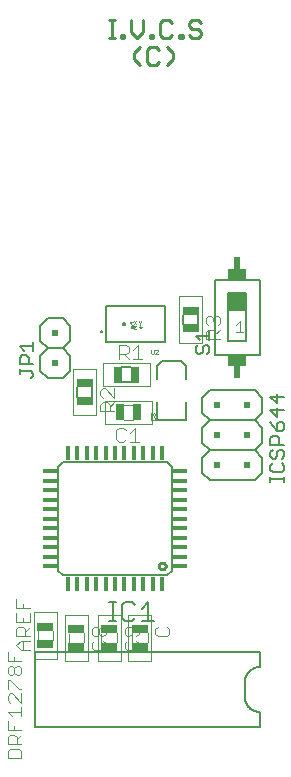
<source format=gto>
G75*
%MOIN*%
%OFA0B0*%
%FSLAX25Y25*%
%IPPOS*%
%LPD*%
%AMOC8*
5,1,8,0,0,1.08239X$1,22.5*
%
%ADD10C,0.01000*%
%ADD11C,0.00200*%
%ADD12C,0.00400*%
%ADD13R,0.05709X0.02953*%
%ADD14R,0.02953X0.05709*%
%ADD15C,0.00800*%
%ADD16C,0.00100*%
%ADD17C,0.00600*%
%ADD18R,0.04528X0.01574*%
%ADD19R,0.04528X0.01575*%
%ADD20R,0.04528X0.01575*%
%ADD21R,0.01574X0.04528*%
%ADD22R,0.01575X0.04528*%
%ADD23R,0.01575X0.04528*%
%ADD24C,0.00500*%
%ADD25R,0.02000X0.02000*%
%ADD26R,0.02559X0.05512*%
%ADD27R,0.05512X0.02559*%
%ADD28C,0.00300*%
%ADD29R,0.06000X0.06000*%
%ADD30R,0.05900X0.03600*%
%ADD31R,0.02400X0.04200*%
D10*
X0064923Y0066834D02*
X0064925Y0066901D01*
X0064931Y0066967D01*
X0064941Y0067033D01*
X0064955Y0067098D01*
X0064972Y0067162D01*
X0064994Y0067225D01*
X0065019Y0067287D01*
X0065048Y0067347D01*
X0065081Y0067405D01*
X0065116Y0067461D01*
X0065156Y0067515D01*
X0065198Y0067566D01*
X0065243Y0067615D01*
X0065291Y0067661D01*
X0065342Y0067704D01*
X0065395Y0067744D01*
X0065451Y0067781D01*
X0065509Y0067814D01*
X0065568Y0067844D01*
X0065629Y0067870D01*
X0065692Y0067893D01*
X0065756Y0067911D01*
X0065821Y0067926D01*
X0065887Y0067937D01*
X0065953Y0067944D01*
X0066019Y0067947D01*
X0066086Y0067946D01*
X0066152Y0067941D01*
X0066218Y0067932D01*
X0066284Y0067919D01*
X0066348Y0067902D01*
X0066411Y0067882D01*
X0066473Y0067857D01*
X0066534Y0067829D01*
X0066593Y0067798D01*
X0066649Y0067763D01*
X0066704Y0067725D01*
X0066756Y0067683D01*
X0066805Y0067638D01*
X0066852Y0067591D01*
X0066896Y0067541D01*
X0066936Y0067488D01*
X0066974Y0067433D01*
X0067008Y0067376D01*
X0067039Y0067317D01*
X0067066Y0067256D01*
X0067089Y0067194D01*
X0067109Y0067130D01*
X0067125Y0067065D01*
X0067137Y0067000D01*
X0067145Y0066934D01*
X0067149Y0066867D01*
X0067149Y0066801D01*
X0067145Y0066734D01*
X0067137Y0066668D01*
X0067125Y0066603D01*
X0067109Y0066538D01*
X0067089Y0066474D01*
X0067066Y0066412D01*
X0067039Y0066351D01*
X0067008Y0066292D01*
X0066974Y0066235D01*
X0066936Y0066180D01*
X0066896Y0066127D01*
X0066852Y0066077D01*
X0066805Y0066030D01*
X0066756Y0065985D01*
X0066704Y0065943D01*
X0066649Y0065905D01*
X0066592Y0065870D01*
X0066534Y0065839D01*
X0066473Y0065811D01*
X0066411Y0065786D01*
X0066348Y0065766D01*
X0066284Y0065749D01*
X0066218Y0065736D01*
X0066152Y0065727D01*
X0066086Y0065722D01*
X0066019Y0065721D01*
X0065953Y0065724D01*
X0065887Y0065731D01*
X0065821Y0065742D01*
X0065756Y0065757D01*
X0065692Y0065775D01*
X0065629Y0065798D01*
X0065568Y0065824D01*
X0065509Y0065854D01*
X0065451Y0065887D01*
X0065395Y0065924D01*
X0065342Y0065964D01*
X0065291Y0066007D01*
X0065243Y0066053D01*
X0065198Y0066102D01*
X0065156Y0066153D01*
X0065116Y0066207D01*
X0065081Y0066263D01*
X0065048Y0066321D01*
X0065019Y0066381D01*
X0064994Y0066443D01*
X0064972Y0066506D01*
X0064955Y0066570D01*
X0064941Y0066635D01*
X0064931Y0066701D01*
X0064925Y0066767D01*
X0064923Y0066834D01*
X0064020Y0233874D02*
X0062018Y0233874D01*
X0061017Y0234875D01*
X0061017Y0238879D01*
X0062018Y0239880D01*
X0064020Y0239880D01*
X0065021Y0238879D01*
X0065021Y0234875D02*
X0064020Y0233874D01*
X0067463Y0233874D02*
X0069465Y0235876D01*
X0069465Y0237878D01*
X0067463Y0239880D01*
X0068337Y0242886D02*
X0066335Y0242886D01*
X0065334Y0243886D01*
X0065334Y0247890D01*
X0066335Y0248891D01*
X0068337Y0248891D01*
X0069338Y0247890D01*
X0069338Y0243886D02*
X0068337Y0242886D01*
X0071780Y0242886D02*
X0072781Y0242886D01*
X0072781Y0243886D01*
X0071780Y0243886D01*
X0071780Y0242886D01*
X0075003Y0243886D02*
X0076004Y0242886D01*
X0078005Y0242886D01*
X0079006Y0243886D01*
X0079006Y0244887D01*
X0078005Y0245888D01*
X0076004Y0245888D01*
X0075003Y0246889D01*
X0075003Y0247890D01*
X0076004Y0248891D01*
X0078005Y0248891D01*
X0079006Y0247890D01*
X0063113Y0243886D02*
X0063113Y0242886D01*
X0062112Y0242886D01*
X0062112Y0243886D01*
X0063113Y0243886D01*
X0059670Y0244887D02*
X0059670Y0248891D01*
X0059670Y0244887D02*
X0057668Y0242886D01*
X0055666Y0244887D01*
X0055666Y0248891D01*
X0053444Y0243886D02*
X0053444Y0242886D01*
X0052443Y0242886D01*
X0052443Y0243886D01*
X0053444Y0243886D01*
X0050148Y0242886D02*
X0048146Y0242886D01*
X0049147Y0242886D02*
X0049147Y0248891D01*
X0048146Y0248891D02*
X0050148Y0248891D01*
X0058722Y0239880D02*
X0056720Y0237878D01*
X0056720Y0235876D01*
X0058722Y0233874D01*
D11*
X0071606Y0156769D02*
X0079346Y0156769D01*
X0079346Y0141233D01*
X0071606Y0141233D01*
X0071606Y0156769D01*
X0061828Y0134519D02*
X0061828Y0126779D01*
X0046293Y0126779D01*
X0046293Y0134519D01*
X0061828Y0134519D01*
X0058696Y0146040D02*
X0058196Y0146540D01*
X0058696Y0146040D02*
X0059196Y0146540D01*
X0058696Y0147040D02*
X0058696Y0146040D01*
X0058524Y0147440D02*
X0058524Y0147941D01*
X0058858Y0148275D01*
X0058858Y0148441D01*
X0058524Y0147941D02*
X0058191Y0148275D01*
X0058191Y0148441D01*
X0057358Y0148441D02*
X0056691Y0147440D01*
X0056691Y0146941D02*
X0057358Y0146941D01*
X0057358Y0146775D01*
X0056691Y0146107D01*
X0056691Y0145940D01*
X0057358Y0145940D01*
X0056096Y0146540D02*
X0056098Y0146560D01*
X0056104Y0146578D01*
X0056113Y0146596D01*
X0056125Y0146611D01*
X0056140Y0146623D01*
X0056158Y0146632D01*
X0056176Y0146638D01*
X0056196Y0146640D01*
X0056216Y0146638D01*
X0056234Y0146632D01*
X0056252Y0146623D01*
X0056267Y0146611D01*
X0056279Y0146596D01*
X0056288Y0146578D01*
X0056294Y0146560D01*
X0056296Y0146540D01*
X0056294Y0146520D01*
X0056288Y0146502D01*
X0056279Y0146484D01*
X0056267Y0146469D01*
X0056252Y0146457D01*
X0056234Y0146448D01*
X0056216Y0146442D01*
X0056196Y0146440D01*
X0056176Y0146442D01*
X0056158Y0146448D01*
X0056140Y0146457D01*
X0056125Y0146469D01*
X0056113Y0146484D01*
X0056104Y0146502D01*
X0056098Y0146520D01*
X0056096Y0146540D01*
X0055696Y0146540D02*
X0055698Y0146584D01*
X0055704Y0146628D01*
X0055714Y0146671D01*
X0055727Y0146713D01*
X0055744Y0146754D01*
X0055765Y0146793D01*
X0055789Y0146830D01*
X0055816Y0146865D01*
X0055846Y0146897D01*
X0055879Y0146927D01*
X0055915Y0146953D01*
X0055952Y0146977D01*
X0055992Y0146996D01*
X0056033Y0147013D01*
X0056076Y0147025D01*
X0056119Y0147034D01*
X0056163Y0147039D01*
X0056207Y0147040D01*
X0056251Y0147037D01*
X0056295Y0147030D01*
X0056338Y0147019D01*
X0056380Y0147005D01*
X0056420Y0146987D01*
X0056459Y0146965D01*
X0056495Y0146941D01*
X0056529Y0146913D01*
X0056561Y0146882D01*
X0056590Y0146848D01*
X0056616Y0146812D01*
X0056638Y0146774D01*
X0056657Y0146734D01*
X0056672Y0146692D01*
X0056684Y0146650D01*
X0056692Y0146606D01*
X0056696Y0146562D01*
X0056696Y0146518D01*
X0056692Y0146474D01*
X0056684Y0146430D01*
X0056672Y0146388D01*
X0056657Y0146346D01*
X0056638Y0146306D01*
X0056616Y0146268D01*
X0056590Y0146232D01*
X0056561Y0146198D01*
X0056529Y0146167D01*
X0056495Y0146139D01*
X0056459Y0146115D01*
X0056420Y0146093D01*
X0056380Y0146075D01*
X0056338Y0146061D01*
X0056295Y0146050D01*
X0056251Y0146043D01*
X0056207Y0146040D01*
X0056163Y0146041D01*
X0056119Y0146046D01*
X0056076Y0146055D01*
X0056033Y0146067D01*
X0055992Y0146084D01*
X0055952Y0146103D01*
X0055915Y0146127D01*
X0055879Y0146153D01*
X0055846Y0146183D01*
X0055816Y0146215D01*
X0055789Y0146250D01*
X0055765Y0146287D01*
X0055744Y0146326D01*
X0055727Y0146367D01*
X0055714Y0146409D01*
X0055704Y0146452D01*
X0055698Y0146496D01*
X0055696Y0146540D01*
X0055696Y0147540D02*
X0055196Y0148040D01*
X0055696Y0148540D01*
X0056196Y0148040D02*
X0055196Y0148040D01*
X0056691Y0148441D02*
X0057358Y0147440D01*
X0062491Y0121909D02*
X0046956Y0121909D01*
X0046956Y0114169D01*
X0062491Y0114169D01*
X0062491Y0121909D01*
X0044080Y0117077D02*
X0036340Y0117077D01*
X0036340Y0132612D01*
X0044080Y0132612D01*
X0044080Y0117077D01*
X0044459Y0050621D02*
X0052199Y0050621D01*
X0052199Y0035086D01*
X0044459Y0035086D01*
X0044459Y0050621D01*
X0041275Y0050621D02*
X0033535Y0050621D01*
X0033535Y0035086D01*
X0041275Y0035086D01*
X0041275Y0050621D01*
X0030956Y0051423D02*
X0030956Y0035888D01*
X0023216Y0035888D01*
X0023216Y0051423D01*
X0030956Y0051423D01*
X0054678Y0050630D02*
X0054678Y0035094D01*
X0062418Y0035094D01*
X0062418Y0050630D01*
X0054678Y0050630D01*
D12*
X0014464Y0005169D02*
X0014464Y0002867D01*
X0019068Y0002867D01*
X0019068Y0005169D01*
X0018300Y0005936D01*
X0015231Y0005936D01*
X0014464Y0005169D01*
X0014464Y0007471D02*
X0014464Y0009773D01*
X0015231Y0010540D01*
X0016766Y0010540D01*
X0017533Y0009773D01*
X0017533Y0007471D01*
X0017533Y0009005D02*
X0019068Y0010540D01*
X0019068Y0012075D02*
X0014464Y0012075D01*
X0014464Y0015144D01*
X0015998Y0016678D02*
X0014464Y0018213D01*
X0019068Y0018213D01*
X0019068Y0016678D02*
X0019068Y0019748D01*
X0019068Y0021282D02*
X0015998Y0024352D01*
X0015231Y0024352D01*
X0014464Y0023584D01*
X0014464Y0022050D01*
X0015231Y0021282D01*
X0014464Y0025886D02*
X0014464Y0028956D01*
X0015231Y0028956D01*
X0018300Y0025886D01*
X0019068Y0025886D01*
X0019068Y0024352D02*
X0019068Y0021282D01*
X0016766Y0013609D02*
X0016766Y0012075D01*
X0019068Y0007471D02*
X0014464Y0007471D01*
X0015231Y0030490D02*
X0015998Y0030490D01*
X0016766Y0031258D01*
X0016766Y0032792D01*
X0017533Y0033559D01*
X0018300Y0033559D01*
X0019068Y0032792D01*
X0019068Y0031258D01*
X0018300Y0030490D01*
X0017533Y0030490D01*
X0016766Y0031258D01*
X0016766Y0032792D02*
X0015998Y0033559D01*
X0015231Y0033559D01*
X0014464Y0032792D01*
X0014464Y0031258D01*
X0015231Y0030490D01*
X0014464Y0035094D02*
X0014464Y0038163D01*
X0014464Y0035094D02*
X0019068Y0035094D01*
X0016766Y0035094D02*
X0016766Y0036629D01*
X0018817Y0038856D02*
X0017282Y0040390D01*
X0018817Y0041925D01*
X0021886Y0041925D01*
X0021886Y0043460D02*
X0017282Y0043460D01*
X0017282Y0045761D01*
X0018050Y0046529D01*
X0019584Y0046529D01*
X0020351Y0045761D01*
X0020351Y0043460D01*
X0020351Y0044994D02*
X0021886Y0046529D01*
X0021886Y0048063D02*
X0021886Y0051133D01*
X0021886Y0052667D02*
X0017282Y0052667D01*
X0017282Y0055737D01*
X0019584Y0054202D02*
X0019584Y0052667D01*
X0019584Y0049598D02*
X0019584Y0048063D01*
X0017282Y0048063D02*
X0021886Y0048063D01*
X0019584Y0041925D02*
X0019584Y0038856D01*
X0018817Y0038856D02*
X0021886Y0038856D01*
X0024488Y0042156D02*
X0024488Y0045156D01*
X0029685Y0045156D02*
X0029685Y0042254D01*
X0034806Y0041354D02*
X0034806Y0044255D01*
X0040003Y0044354D02*
X0040003Y0041354D01*
X0042601Y0041148D02*
X0042601Y0039613D01*
X0043368Y0038846D01*
X0046438Y0038846D01*
X0047205Y0039613D01*
X0047205Y0041148D01*
X0046438Y0041915D01*
X0045731Y0041354D02*
X0045731Y0044255D01*
X0045670Y0043450D02*
X0044903Y0044217D01*
X0044903Y0045752D01*
X0045670Y0046519D01*
X0046438Y0046519D01*
X0047205Y0045752D01*
X0047205Y0044217D01*
X0046438Y0043450D01*
X0045670Y0043450D01*
X0044903Y0044217D02*
X0044136Y0043450D01*
X0043368Y0043450D01*
X0042601Y0044217D01*
X0042601Y0045752D01*
X0043368Y0046519D01*
X0044136Y0046519D01*
X0044903Y0045752D01*
X0043368Y0041915D02*
X0042601Y0041148D01*
X0050927Y0041354D02*
X0050927Y0044354D01*
X0053525Y0044217D02*
X0054292Y0043450D01*
X0055060Y0043450D01*
X0055827Y0044217D01*
X0055827Y0046519D01*
X0057362Y0046519D02*
X0054292Y0046519D01*
X0053525Y0045752D01*
X0053525Y0044217D01*
X0054292Y0041915D02*
X0053525Y0041148D01*
X0053525Y0039613D01*
X0054292Y0038846D01*
X0057362Y0038846D01*
X0058129Y0039613D01*
X0058129Y0041148D01*
X0057362Y0041915D01*
X0055950Y0041362D02*
X0055950Y0044264D01*
X0057362Y0043450D02*
X0058129Y0044217D01*
X0058129Y0045752D01*
X0057362Y0046519D01*
X0061147Y0044362D02*
X0061147Y0041362D01*
X0063744Y0044225D02*
X0064512Y0043458D01*
X0067581Y0043458D01*
X0068348Y0044225D01*
X0068348Y0045760D01*
X0067581Y0046527D01*
X0064512Y0046527D02*
X0063744Y0045760D01*
X0063744Y0044225D01*
X0058389Y0108239D02*
X0055320Y0108239D01*
X0056854Y0108239D02*
X0056854Y0112843D01*
X0055320Y0111308D01*
X0056224Y0115441D02*
X0053224Y0115441D01*
X0053018Y0112843D02*
X0051483Y0112843D01*
X0050716Y0112076D01*
X0050716Y0109006D01*
X0051483Y0108239D01*
X0053018Y0108239D01*
X0053785Y0109006D01*
X0053785Y0112076D02*
X0053018Y0112843D01*
X0050010Y0118337D02*
X0045406Y0118337D01*
X0045406Y0120639D01*
X0046174Y0121406D01*
X0047708Y0121406D01*
X0048476Y0120639D01*
X0048476Y0118337D01*
X0048476Y0119871D02*
X0050010Y0121406D01*
X0050010Y0122941D02*
X0046941Y0126010D01*
X0046174Y0126010D01*
X0045406Y0125243D01*
X0045406Y0123708D01*
X0046174Y0122941D01*
X0050010Y0122941D02*
X0050010Y0126010D01*
X0053224Y0120637D02*
X0056125Y0120637D01*
X0056364Y0135849D02*
X0059434Y0135849D01*
X0057899Y0135849D02*
X0057899Y0140453D01*
X0056364Y0138919D01*
X0054830Y0139686D02*
X0054830Y0138151D01*
X0054062Y0137384D01*
X0051761Y0137384D01*
X0051761Y0135849D02*
X0051761Y0140453D01*
X0054062Y0140453D01*
X0054830Y0139686D01*
X0053295Y0137384D02*
X0054830Y0135849D01*
X0080672Y0142493D02*
X0080672Y0144795D01*
X0081439Y0145563D01*
X0082974Y0145563D01*
X0083741Y0144795D01*
X0083741Y0142493D01*
X0083741Y0144028D02*
X0085276Y0145563D01*
X0084508Y0147097D02*
X0085276Y0147864D01*
X0085276Y0149399D01*
X0084508Y0150166D01*
X0083741Y0150166D01*
X0082974Y0149399D01*
X0082974Y0148632D01*
X0082974Y0149399D02*
X0082206Y0150166D01*
X0081439Y0150166D01*
X0080672Y0149399D01*
X0080672Y0147864D01*
X0081439Y0147097D01*
X0080672Y0142493D02*
X0085276Y0142493D01*
X0017282Y0051133D02*
X0017282Y0048063D01*
D13*
X0027082Y0046532D03*
X0027082Y0040832D03*
X0037409Y0039977D03*
X0037409Y0045677D03*
X0048333Y0045677D03*
X0048333Y0039977D03*
X0058553Y0039985D03*
X0058553Y0045685D03*
D14*
X0057547Y0118035D03*
X0051847Y0118035D03*
D15*
X0047353Y0141635D02*
X0047353Y0144785D01*
X0045559Y0145040D02*
X0045561Y0145068D01*
X0045567Y0145095D01*
X0045576Y0145121D01*
X0045589Y0145146D01*
X0045606Y0145169D01*
X0045625Y0145189D01*
X0045647Y0145206D01*
X0045671Y0145220D01*
X0045697Y0145230D01*
X0045724Y0145237D01*
X0045752Y0145240D01*
X0045780Y0145239D01*
X0045807Y0145234D01*
X0045834Y0145225D01*
X0045859Y0145213D01*
X0045882Y0145198D01*
X0045903Y0145179D01*
X0045921Y0145158D01*
X0045936Y0145134D01*
X0045947Y0145108D01*
X0045955Y0145082D01*
X0045959Y0145054D01*
X0045959Y0145026D01*
X0045955Y0144998D01*
X0045947Y0144972D01*
X0045936Y0144946D01*
X0045921Y0144922D01*
X0045903Y0144901D01*
X0045882Y0144882D01*
X0045859Y0144867D01*
X0045834Y0144855D01*
X0045807Y0144846D01*
X0045780Y0144841D01*
X0045752Y0144840D01*
X0045724Y0144843D01*
X0045697Y0144850D01*
X0045671Y0144860D01*
X0045647Y0144874D01*
X0045625Y0144891D01*
X0045606Y0144911D01*
X0045589Y0144934D01*
X0045576Y0144959D01*
X0045567Y0144985D01*
X0045561Y0145012D01*
X0045559Y0145040D01*
X0047353Y0150296D02*
X0047353Y0153446D01*
X0052865Y0147540D02*
X0052867Y0147579D01*
X0052873Y0147618D01*
X0052883Y0147656D01*
X0052896Y0147693D01*
X0052913Y0147728D01*
X0052933Y0147762D01*
X0052957Y0147793D01*
X0052984Y0147822D01*
X0053013Y0147848D01*
X0053045Y0147871D01*
X0053079Y0147891D01*
X0053115Y0147907D01*
X0053152Y0147919D01*
X0053191Y0147928D01*
X0053230Y0147933D01*
X0053269Y0147934D01*
X0053308Y0147931D01*
X0053347Y0147924D01*
X0053384Y0147913D01*
X0053421Y0147899D01*
X0053456Y0147881D01*
X0053489Y0147860D01*
X0053520Y0147835D01*
X0053548Y0147808D01*
X0053573Y0147778D01*
X0053595Y0147745D01*
X0053614Y0147711D01*
X0053629Y0147675D01*
X0053641Y0147637D01*
X0053649Y0147599D01*
X0053653Y0147560D01*
X0053653Y0147520D01*
X0053649Y0147481D01*
X0053641Y0147443D01*
X0053629Y0147405D01*
X0053614Y0147369D01*
X0053595Y0147335D01*
X0053573Y0147302D01*
X0053548Y0147272D01*
X0053520Y0147245D01*
X0053489Y0147220D01*
X0053456Y0147199D01*
X0053421Y0147181D01*
X0053384Y0147167D01*
X0053347Y0147156D01*
X0053308Y0147149D01*
X0053269Y0147146D01*
X0053230Y0147147D01*
X0053191Y0147152D01*
X0053152Y0147161D01*
X0053115Y0147173D01*
X0053079Y0147189D01*
X0053045Y0147209D01*
X0053013Y0147232D01*
X0052984Y0147258D01*
X0052957Y0147287D01*
X0052933Y0147318D01*
X0052913Y0147352D01*
X0052896Y0147387D01*
X0052883Y0147424D01*
X0052873Y0147462D01*
X0052867Y0147501D01*
X0052865Y0147540D01*
X0065968Y0135124D02*
X0064393Y0133549D01*
X0064393Y0129219D01*
X0065968Y0135124D02*
X0072267Y0135124D01*
X0073842Y0133549D01*
X0073842Y0129219D01*
X0073842Y0121345D02*
X0073842Y0115439D01*
X0064393Y0115439D01*
X0064393Y0121345D01*
X0067038Y0141635D02*
X0067038Y0144785D01*
X0067038Y0150296D02*
X0067038Y0153446D01*
X0067611Y0101480D02*
X0069186Y0099905D01*
X0069186Y0065259D01*
X0067611Y0063684D01*
X0032966Y0063684D01*
X0031391Y0065259D01*
X0031391Y0099905D01*
X0032966Y0101480D01*
X0067611Y0101480D01*
D16*
X0063380Y0115332D02*
X0062379Y0115332D01*
X0062129Y0115582D01*
X0062129Y0116082D01*
X0062379Y0116332D01*
X0062379Y0116805D02*
X0062129Y0117055D01*
X0062129Y0117555D01*
X0062379Y0117806D01*
X0062629Y0117806D01*
X0062880Y0117555D01*
X0063130Y0117806D01*
X0063380Y0117806D01*
X0063630Y0117555D01*
X0063630Y0117055D01*
X0063380Y0116805D01*
X0063380Y0116332D02*
X0063630Y0116082D01*
X0063630Y0115582D01*
X0063380Y0115332D01*
X0062880Y0117305D02*
X0062880Y0117555D01*
X0063050Y0137490D02*
X0062549Y0137490D01*
X0062299Y0137741D01*
X0062299Y0138992D01*
X0063300Y0138992D02*
X0063300Y0137741D01*
X0063050Y0137490D01*
X0063772Y0137490D02*
X0064773Y0138491D01*
X0064773Y0138742D01*
X0064523Y0138992D01*
X0064023Y0138992D01*
X0063772Y0138742D01*
X0063772Y0137490D02*
X0064773Y0137490D01*
D17*
X0055675Y0133149D02*
X0052446Y0133149D01*
X0052446Y0128149D02*
X0055675Y0128149D01*
X0042710Y0126459D02*
X0042710Y0123230D01*
X0037710Y0123230D02*
X0037710Y0126459D01*
X0032939Y0129479D02*
X0035439Y0131979D01*
X0035439Y0136979D01*
X0032939Y0139479D01*
X0035439Y0141979D01*
X0035439Y0146979D01*
X0032939Y0149479D01*
X0027939Y0149479D01*
X0025439Y0146979D01*
X0025439Y0141979D01*
X0027939Y0139479D01*
X0032939Y0139479D01*
X0027939Y0139479D02*
X0025439Y0136979D01*
X0025439Y0131979D01*
X0027939Y0129479D01*
X0032939Y0129479D01*
X0048400Y0054787D02*
X0050536Y0054787D01*
X0049468Y0054787D02*
X0049468Y0048382D01*
X0048400Y0048382D02*
X0050536Y0048382D01*
X0052697Y0049450D02*
X0052697Y0053720D01*
X0053765Y0054787D01*
X0055900Y0054787D01*
X0056968Y0053720D01*
X0056968Y0049450D02*
X0055900Y0048382D01*
X0053765Y0048382D01*
X0052697Y0049450D01*
X0059143Y0048382D02*
X0063413Y0048382D01*
X0061278Y0048382D02*
X0061278Y0054787D01*
X0059143Y0052652D01*
X0081850Y0095406D02*
X0079350Y0097906D01*
X0079350Y0102906D01*
X0081850Y0105406D01*
X0096850Y0105406D01*
X0099350Y0102906D01*
X0099350Y0097906D01*
X0096850Y0095406D01*
X0081850Y0095406D01*
X0081850Y0105406D02*
X0079350Y0107906D01*
X0079350Y0112906D01*
X0081850Y0115406D01*
X0096850Y0115406D01*
X0099350Y0112906D01*
X0099350Y0107906D01*
X0096850Y0105406D01*
X0096850Y0115406D02*
X0099350Y0117906D01*
X0099350Y0122906D01*
X0096850Y0125406D01*
X0081850Y0125406D01*
X0079350Y0122906D01*
X0079350Y0117906D01*
X0081850Y0115406D01*
X0083465Y0137088D02*
X0083465Y0162288D01*
X0098465Y0162288D01*
X0098465Y0137088D01*
X0083465Y0137088D01*
X0087965Y0141688D02*
X0087965Y0157688D01*
X0093965Y0157688D01*
X0093965Y0141688D01*
X0087965Y0141688D01*
X0077976Y0147387D02*
X0077976Y0150615D01*
X0072976Y0150615D02*
X0072976Y0147387D01*
D18*
X0072041Y0098330D03*
X0072041Y0082582D03*
X0072041Y0066834D03*
X0028536Y0066834D03*
X0028536Y0082582D03*
X0028536Y0098330D03*
D19*
X0028536Y0095180D03*
X0028536Y0092030D03*
X0028536Y0073134D03*
X0028536Y0069984D03*
X0072041Y0069984D03*
X0072041Y0073134D03*
X0072041Y0092030D03*
X0072041Y0095180D03*
D20*
X0072041Y0088881D03*
X0072041Y0085731D03*
X0072041Y0079433D03*
X0072041Y0076283D03*
X0028536Y0076283D03*
X0028536Y0079433D03*
X0028536Y0085731D03*
X0028536Y0088881D03*
D21*
X0034540Y0104334D03*
X0050288Y0104334D03*
X0066036Y0104334D03*
X0066036Y0060830D03*
X0050288Y0060830D03*
X0034540Y0060830D03*
D22*
X0037690Y0060830D03*
X0040840Y0060830D03*
X0040840Y0104334D03*
X0037690Y0104334D03*
X0059737Y0104334D03*
X0062887Y0104334D03*
X0062887Y0060830D03*
X0059737Y0060830D03*
D23*
X0056588Y0060830D03*
X0053438Y0060830D03*
X0047139Y0060830D03*
X0043989Y0060830D03*
X0043989Y0104334D03*
X0047139Y0104334D03*
X0053438Y0104334D03*
X0056588Y0104334D03*
D24*
X0047353Y0141635D02*
X0047353Y0153446D01*
X0067038Y0153446D01*
X0067038Y0141635D01*
X0047353Y0141635D01*
X0022989Y0141640D02*
X0022989Y0138637D01*
X0022989Y0140138D02*
X0018485Y0140138D01*
X0019987Y0138637D01*
X0020737Y0137036D02*
X0021488Y0136285D01*
X0021488Y0134033D01*
X0022989Y0134033D02*
X0018485Y0134033D01*
X0018485Y0136285D01*
X0019236Y0137036D01*
X0020737Y0137036D01*
X0018485Y0132432D02*
X0018485Y0130931D01*
X0018485Y0131681D02*
X0022239Y0131681D01*
X0022989Y0130931D01*
X0022989Y0130180D01*
X0022239Y0129429D01*
X0023559Y0038219D02*
X0023559Y0013219D01*
X0098559Y0013219D01*
X0098559Y0018219D01*
X0098419Y0018221D01*
X0098279Y0018227D01*
X0098139Y0018237D01*
X0097999Y0018250D01*
X0097860Y0018268D01*
X0097721Y0018290D01*
X0097584Y0018315D01*
X0097446Y0018344D01*
X0097310Y0018377D01*
X0097175Y0018414D01*
X0097041Y0018455D01*
X0096908Y0018500D01*
X0096776Y0018548D01*
X0096646Y0018600D01*
X0096517Y0018655D01*
X0096390Y0018714D01*
X0096264Y0018777D01*
X0096140Y0018843D01*
X0096019Y0018912D01*
X0095899Y0018985D01*
X0095781Y0019062D01*
X0095666Y0019141D01*
X0095552Y0019224D01*
X0095442Y0019310D01*
X0095333Y0019399D01*
X0095227Y0019491D01*
X0095124Y0019586D01*
X0095023Y0019683D01*
X0094926Y0019784D01*
X0094831Y0019887D01*
X0094739Y0019993D01*
X0094650Y0020102D01*
X0094564Y0020212D01*
X0094481Y0020326D01*
X0094402Y0020441D01*
X0094325Y0020559D01*
X0094252Y0020679D01*
X0094183Y0020800D01*
X0094117Y0020924D01*
X0094054Y0021050D01*
X0093995Y0021177D01*
X0093940Y0021306D01*
X0093888Y0021436D01*
X0093840Y0021568D01*
X0093795Y0021701D01*
X0093754Y0021835D01*
X0093717Y0021970D01*
X0093684Y0022106D01*
X0093655Y0022244D01*
X0093630Y0022381D01*
X0093608Y0022520D01*
X0093590Y0022659D01*
X0093577Y0022799D01*
X0093567Y0022939D01*
X0093561Y0023079D01*
X0093559Y0023219D01*
X0093559Y0028219D01*
X0093561Y0028359D01*
X0093567Y0028499D01*
X0093577Y0028639D01*
X0093590Y0028779D01*
X0093608Y0028918D01*
X0093630Y0029057D01*
X0093655Y0029194D01*
X0093684Y0029332D01*
X0093717Y0029468D01*
X0093754Y0029603D01*
X0093795Y0029737D01*
X0093840Y0029870D01*
X0093888Y0030002D01*
X0093940Y0030132D01*
X0093995Y0030261D01*
X0094054Y0030388D01*
X0094117Y0030514D01*
X0094183Y0030638D01*
X0094252Y0030759D01*
X0094325Y0030879D01*
X0094402Y0030997D01*
X0094481Y0031112D01*
X0094564Y0031226D01*
X0094650Y0031336D01*
X0094739Y0031445D01*
X0094831Y0031551D01*
X0094926Y0031654D01*
X0095023Y0031755D01*
X0095124Y0031852D01*
X0095227Y0031947D01*
X0095333Y0032039D01*
X0095442Y0032128D01*
X0095552Y0032214D01*
X0095666Y0032297D01*
X0095781Y0032376D01*
X0095899Y0032453D01*
X0096019Y0032526D01*
X0096140Y0032595D01*
X0096264Y0032661D01*
X0096390Y0032724D01*
X0096517Y0032783D01*
X0096646Y0032838D01*
X0096776Y0032890D01*
X0096908Y0032938D01*
X0097041Y0032983D01*
X0097175Y0033024D01*
X0097310Y0033061D01*
X0097446Y0033094D01*
X0097584Y0033123D01*
X0097721Y0033148D01*
X0097860Y0033170D01*
X0097999Y0033188D01*
X0098139Y0033201D01*
X0098279Y0033211D01*
X0098419Y0033217D01*
X0098559Y0033219D01*
X0098559Y0038219D01*
X0023559Y0038219D01*
X0077962Y0137438D02*
X0077211Y0138189D01*
X0077211Y0139690D01*
X0077962Y0140441D01*
X0079463Y0139690D02*
X0079463Y0138189D01*
X0078713Y0137438D01*
X0077962Y0137438D01*
X0079463Y0139690D02*
X0080214Y0140441D01*
X0080965Y0140441D01*
X0081715Y0139690D01*
X0081715Y0138189D01*
X0080965Y0137438D01*
X0081715Y0142042D02*
X0081715Y0145044D01*
X0081715Y0143543D02*
X0077211Y0143543D01*
X0078713Y0142042D01*
X0102096Y0123304D02*
X0104348Y0121052D01*
X0104348Y0124055D01*
X0106600Y0123304D02*
X0102096Y0123304D01*
X0102096Y0118700D02*
X0104348Y0116448D01*
X0104348Y0119451D01*
X0106600Y0118700D02*
X0102096Y0118700D01*
X0102096Y0114847D02*
X0102846Y0113345D01*
X0104348Y0111844D01*
X0104348Y0114096D01*
X0105098Y0114847D01*
X0105849Y0114847D01*
X0106600Y0114096D01*
X0106600Y0112595D01*
X0105849Y0111844D01*
X0104348Y0111844D01*
X0104348Y0110243D02*
X0102846Y0110243D01*
X0102096Y0109492D01*
X0102096Y0107240D01*
X0106600Y0107240D01*
X0105098Y0107240D02*
X0105098Y0109492D01*
X0104348Y0110243D01*
X0105098Y0105639D02*
X0104348Y0104888D01*
X0104348Y0103387D01*
X0103597Y0102636D01*
X0102846Y0102636D01*
X0102096Y0103387D01*
X0102096Y0104888D01*
X0102846Y0105639D01*
X0102846Y0101035D02*
X0102096Y0100284D01*
X0102096Y0098783D01*
X0102846Y0098032D01*
X0105849Y0098032D01*
X0106600Y0098783D01*
X0106600Y0100284D01*
X0105849Y0101035D01*
X0105849Y0102636D02*
X0106600Y0103387D01*
X0106600Y0104888D01*
X0105849Y0105639D01*
X0105098Y0105639D01*
X0106600Y0096464D02*
X0106600Y0094963D01*
X0106600Y0095714D02*
X0102096Y0095714D01*
X0102096Y0096464D02*
X0102096Y0094963D01*
D25*
X0094350Y0100406D03*
X0094350Y0110406D03*
X0094350Y0120406D03*
X0084350Y0120406D03*
X0084350Y0110406D03*
X0084350Y0100406D03*
X0030439Y0134479D03*
X0030439Y0144479D03*
D26*
X0051140Y0130655D03*
X0056940Y0130655D03*
D27*
X0040216Y0127765D03*
X0040216Y0121965D03*
X0075482Y0146122D03*
X0075482Y0151922D03*
D28*
X0090615Y0147307D02*
X0091850Y0148541D01*
X0091850Y0144838D01*
X0093084Y0144838D02*
X0090615Y0144838D01*
D29*
X0090965Y0154688D03*
D30*
X0090915Y0164088D03*
X0091015Y0135288D03*
D31*
X0090965Y0131388D03*
X0090965Y0167988D03*
M02*

</source>
